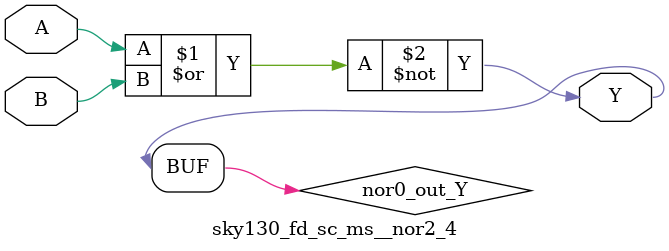
<source format=v>
/*
 * Copyright 2020 The SkyWater PDK Authors
 *
 * Licensed under the Apache License, Version 2.0 (the "License");
 * you may not use this file except in compliance with the License.
 * You may obtain a copy of the License at
 *
 *     https://www.apache.org/licenses/LICENSE-2.0
 *
 * Unless required by applicable law or agreed to in writing, software
 * distributed under the License is distributed on an "AS IS" BASIS,
 * WITHOUT WARRANTIES OR CONDITIONS OF ANY KIND, either express or implied.
 * See the License for the specific language governing permissions and
 * limitations under the License.
 *
 * SPDX-License-Identifier: Apache-2.0
*/


`ifndef SKY130_FD_SC_MS__NOR2_4_FUNCTIONAL_V
`define SKY130_FD_SC_MS__NOR2_4_FUNCTIONAL_V

/**
 * nor2: 2-input NOR.
 *
 * Verilog simulation functional model.
 */

`timescale 1ns / 1ps
`default_nettype none

`celldefine
module sky130_fd_sc_ms__nor2_4 (
    Y,
    A,
    B
);

    // Module ports
    output Y;
    input  A;
    input  B;

    // Local signals
    wire nor0_out_Y;

    //  Name  Output      Other arguments
    nor nor0 (nor0_out_Y, A, B           );
    buf buf0 (Y         , nor0_out_Y     );

endmodule
`endcelldefine

`default_nettype wire
`endif  // SKY130_FD_SC_MS__NOR2_4_FUNCTIONAL_V

</source>
